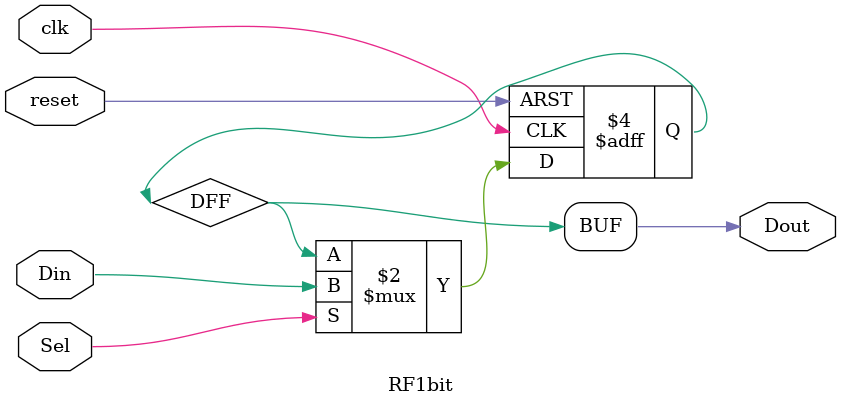
<source format=v>
module RF1bit (
    input wire clk,
    input wire reset,
    input wire Din,
    input wire Sel,  
    output wire Dout
);
    reg DFF;
    
    always @(posedge clk or posedge reset) 
    begin
        if (reset) 
            DFF <= 1'b0;       
        else if (Sel) 
            DFF <= Din;               
    end

    assign Dout = DFF;

endmodule

</source>
